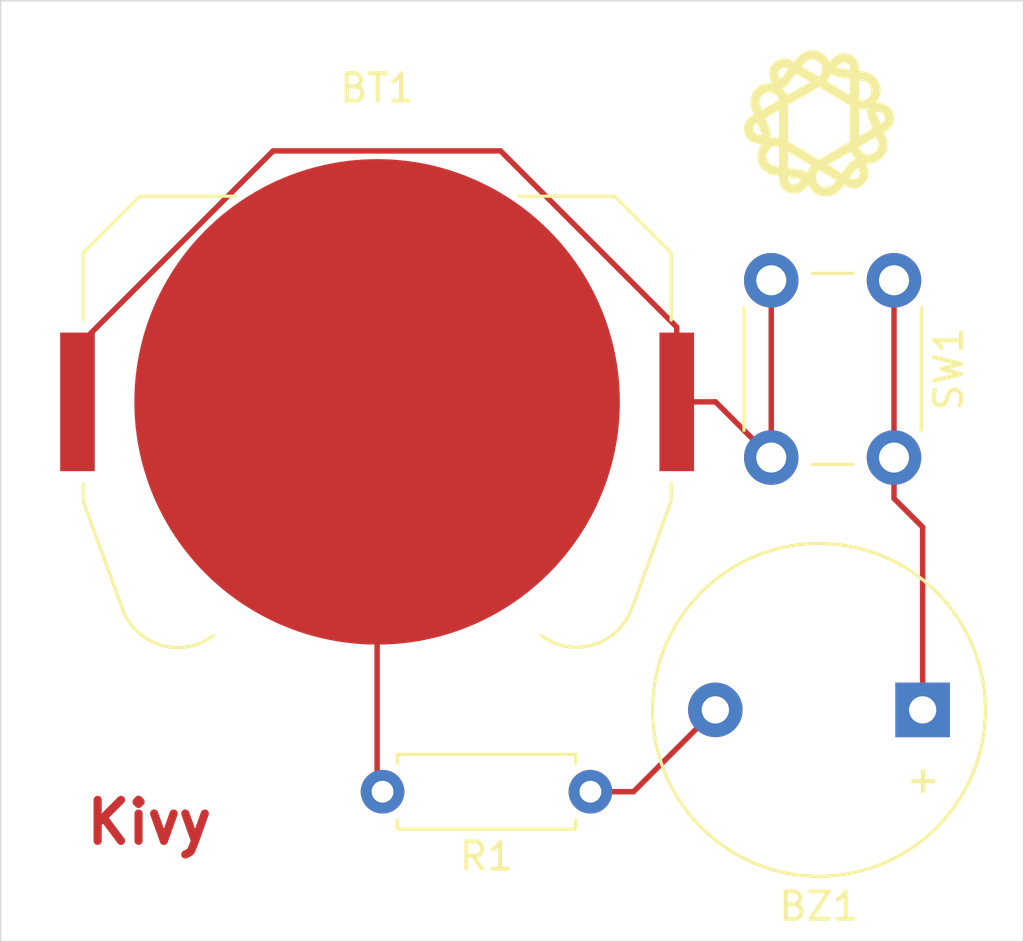
<source format=kicad_pcb>
(kicad_pcb (version 20241229) (generator "pcbnew") (generator_version "9.0")
  (layers (0 "F.Cu" signal) (2 "B.Cu" signal) (13 "F.Paste" user) (15 "B.Paste" user) (5 "F.SilkS" user "F.Silkscreen") (7 "B.SilkS" user "B.Silkscreen") (1 "F.Mask" user) (3 "B.Mask" user) (25 "Edge.Cuts" user))
  (net 0 "")
  (net 1 "Net-(BT1-+)")
  (net 2 "Net-(BT1--)")
  (net 3 "Net-(BZ1-+)")
  (net 4 "Net-(BZ1--)")
  (footprint "Resistor_THT:R_Axial_DIN0207_L6.3mm_D2.5mm_P7.62mm_Horizontal" (layer "F.Cu") (at 152.12 111 180)
    (property "Reference" "R1" (at 3.81 -2.37 0) (layer "F.SilkS"))
    (property "Value" "R")
    (fp_line (start 7.08 1.37) (end 7.08 1.04) (stroke (width 0.12)) (layer "F.SilkS"))
    (fp_line (start 7.08 -1.37) (end 7.08 -1.04) (stroke (width 0.12)) (layer "F.SilkS"))
    (fp_line (start 0.54 1.37) (end 7.08 1.37) (stroke (width 0.12)) (layer "F.SilkS"))
    (fp_line (start 0.54 1.04) (end 0.54 1.37) (stroke (width 0.12)) (layer "F.SilkS"))
    (fp_line (start 0.54 -1.04) (end 0.54 -1.37) (stroke (width 0.12)) (layer "F.SilkS"))
    (fp_line (start 0.54 -1.37) (end 7.08 -1.37) (stroke (width 0.12)) (layer "F.SilkS"))
    (pad "1" thru_hole circle (at 0 0 180) (size 1.6 1.6) (drill 0.8) (layers "*.Cu" "*.Mask") (net 4 "Net-(BZ1--)"))
    (pad "2" thru_hole oval (at 7.62 0 180) (size 1.6 1.6) (drill 0.8) (layers "*.Cu" "*.Mask") (net 2 "Net-(BT1--)"))
  )
  (footprint "Battery:BatteryHolder_Keystone_3034_1x20mm" (layer "F.Cu") (at 144.3 96.708075)
    (property "Reference" "BT1" (at 0 -11.5 0) (layer "F.SilkS"))
    (property "Value" "Battery_Cell")
    (fp_line (start -10.78 -5.46) (end -10.78 -3) (stroke (width 0.12)) (layer "F.SilkS"))
    (fp_line (start -10.78 3) (end -10.78 3.63) (stroke (width 0.12)) (layer "F.SilkS"))
    (fp_line (start -10.78 3.63) (end -9.34 7.58) (stroke (width 0.12)) (layer "F.SilkS"))
    (fp_line (start -8.7 -7.54) (end -10.78 -5.46) (stroke (width 0.12)) (layer "F.SilkS"))
    (fp_line (start -5.2 -7.54) (end -8.7 -7.54) (stroke (width 0.12)) (layer "F.SilkS"))
    (fp_line (start 8.7 -7.54) (end 5.2 -7.54) (stroke (width 0.12)) (layer "F.SilkS"))
    (fp_line (start 8.7 -7.54) (end 10.78 -5.46) (stroke (width 0.12)) (layer "F.SilkS"))
    (fp_line (start 10.78 -5.46) (end 10.78 -3) (stroke (width 0.12)) (layer "F.SilkS"))
    (fp_line (start 10.78 3) (end 10.78 3.63) (stroke (width 0.12)) (layer "F.SilkS"))
    (fp_line (start 10.78 3.63) (end 9.34 7.58) (stroke (width 0.12)) (layer "F.SilkS"))
    (fp_arc (start -6.003354 8.56653) (mid -7.921654 8.918738) (end -9.34 7.58) (stroke (width 0.12)) (layer "F.SilkS"))
    (fp_arc (start 9.325243 7.588169) (mid 7.90634 8.911668) (end 6 8.55) (stroke (width 0.12)) (layer "F.SilkS"))
    (pad "1" smd rect (at -10.985 0) (size 1.27 5.08) (layers "F.Cu" "F.Mask" "F.Paste") (net 1 "Net-(BT1-+)"))
    (pad "1" smd rect (at 10.985 0) (size 1.27 5.08) (layers "F.Cu" "F.Mask" "F.Paste") (net 1 "Net-(BT1-+)"))
    (pad "2" smd circle (at 0 0) (size 17.8 17.8) (layers "F.Cu" "F.Mask") (net 2 "Net-(BT1--)"))
  )
  (footprint "Buzzer_Beeper:Buzzer_12x9.5RM7.6" (layer "F.Cu") (at 164.3 108 180)
    (property "Reference" "BZ1" (at 3.8 -7.2 0) (layer "F.SilkS"))
    (property "Value" "Buzzer")
    (fp_circle (center 3.8 0) (end 9.9 0) (stroke (width 0.12)) (fill no) (layer "F.SilkS"))
    (fp_text user "+" (at -0.01 -2.54 0) (layer "F.SilkS"))
    (pad "1" thru_hole rect (at 0 0 180) (size 2 2) (drill 1) (layers "*.Cu" "*.Mask") (net 3 "Net-(BZ1-+)"))
    (pad "2" thru_hole circle (at 7.6 0 180) (size 2 2) (drill 1) (layers "*.Cu" "*.Mask") (net 4 "Net-(BZ1--)"))
  )
  (footprint "Button_Switch_THT:SW_PUSH_6mm" (layer "F.Cu") (at 163.25 92.25 -90)
    (property "Reference" "SW1" (at 3.25 -2 90) (layer "F.SilkS"))
    (property "Value" "SW_Push")
    (fp_line (start 1 5.5) (end 5.5 5.5) (stroke (width 0.12)) (layer "F.SilkS"))
    (fp_line (start 6.75 3) (end 6.75 1.5) (stroke (width 0.12)) (layer "F.SilkS"))
    (fp_line (start -0.25 1.5) (end -0.25 3) (stroke (width 0.12)) (layer "F.SilkS"))
    (fp_line (start 5.5 -1) (end 1 -1) (stroke (width 0.12)) (layer "F.SilkS"))
    (pad "1" thru_hole circle (at 0 0) (size 2 2) (drill 1.1) (layers "*.Cu" "*.Mask") (net 3 "Net-(BZ1-+)"))
    (pad "1" thru_hole circle (at 6.5 0) (size 2 2) (drill 1.1) (layers "*.Cu" "*.Mask") (net 3 "Net-(BZ1-+)"))
    (pad "2" thru_hole circle (at 0 4.5) (size 2 2) (drill 1.1) (layers "*.Cu" "*.Mask") (net 1 "Net-(BT1-+)"))
    (pad "2" thru_hole circle (at 6.5 4.5) (size 2 2) (drill 1.1) (layers "*.Cu" "*.Mask") (net 1 "Net-(BT1-+)"))
  )
  (footprint "LOGO" (layer "F.Cu") (at 160.5 86.5)
    (property "Reference" "G***" (hide yes))
    (property "Value" "LOGO" (hide yes))
    (fp_poly (pts (xy -0.217137 -2.678029) (xy -0.184976 -2.676857) (xy -0.157429 -2.674751) (xy -0.143342 -2.672927) (xy -0.067668 -2.656992) (xy 0.003578 -2.634182) (xy 0.070508 -2.604441) (xy 0.133234 -2.567712) (xy 0.191869 -2.523939) (xy 0.241631 -2.478072) (xy 0.284218 -2.430922) (xy 0.321164 -2.381104) (xy 0.35411 -2.326329) (xy 0.36411 -2.307315) (xy 0.390449 -2.255648) (xy 0.403899 -2.276599) (xy 0.412146 -2.287598) (xy 0.425403 -2.303086) (xy 0.442638 -2.322023) (xy 0.462818 -2.343368) (xy 0.484911 -2.36608) (xy 0.507885 -2.389118) (xy 0.530707 -2.411443) (xy 0.552345 -2.432012) (xy 0.571767 -2.449786) (xy 0.58794 -2.463723) (xy 0.595286 -2.469535) (xy 0.649939 -2.505564) (xy 0.708916 -2.534761) (xy 0.771674 -2.556881) (xy 0.809942 -2.566445) (xy 0.842453 -2.571644) (xy 0.879981 -2.574789) (xy 0.919749 -2.575852) (xy 0.958981 -2.574807) (xy 0.994899 -2.571628) (xy 1.015156 -2.568404) (xy 1.081018 -2.551594) (xy 1.143369 -2.527966) (xy 1.20169 -2.497902) (xy 1.255465 -2.461784) (xy 1.304177 -2.419995) (xy 1.34731 -2.372917) (xy 1.384346 -2.320933) (xy 1.408745 -2.277072) (xy 1.425042 -2.242093) (xy 1.438054 -2.209258) (xy 1.448152 -2.176887) (xy 1.455705 -2.143302) (xy 1.461083 -2.106822) (xy 1.464655 -2.065768) (xy 1.466791 -2.01846) (xy 1.466961 -2.012543) (xy 1.469381 -1.924119) (xy 1.576306 -1.90862) (xy 1.627453 -1.900882) (xy 1.671672 -1.893389) (xy 1.710203 -1.885798) (xy 1.744286 -1.877765) (xy 1.775164 -1.868945) (xy 1.804076 -1.858994) (xy 1.832264 -1.847568) (xy 1.860969 -1.834323) (xy 1.88186 -1.823874) (xy 1.946099 -1.786383) (xy 2.00543 -1.74254) (xy 2.059517 -1.692789) (xy 2.108025 -1.637573) (xy 2.150617 -1.577337) (xy 2.186957 -1.512525) (xy 2.216709 -1.44358) (xy 2.239537 -1.370947) (xy 2.246375 -1.34225) (xy 2.25735 -1.272892) (xy 2.260566 -1.202358) (xy 2.256201 -1.131492) (xy 2.244435 -1.061136) (xy 2.225446 -0.992134) (xy 2.199414 -0.92533) (xy 2.166517 -0.861565) (xy 2.133659 -0.8109) (xy 2.107256 -0.774041) (xy 2.145066 -0.771186) (xy 2.170803 -0.768015) (xy 2.202405 -0.762174) (xy 2.238176 -0.75414) (xy 2.276418 -0.744387) (xy 2.315433 -0.73339) (xy 2.353524 -0.721625) (xy 2.388992 -0.709567) (xy 2.420142 -0.69769) (xy 2.441927 -0.688105) (xy 2.488407 -0.663562) (xy 2.529097 -0.636996) (xy 2.566392 -0.606757) (xy 2.584513 -0.589746) (xy 2.62892 -0.540515) (xy 2.667016 -0.486293) (xy 2.698485 -0.427673) (xy 2.723008 -0.365248) (xy 2.74027 -0.299611) (xy 2.740531 -0.29831) (xy 2.744317 -0.272601) (xy 2.746812 -0.241473) (xy 2.748014 -0.207232) (xy 2.747924 -0.172182) (xy 2.746543 -0.138626) (xy 2.743869 -0.10887) (xy 2.740531 -0.088053) (xy 2.722768 -0.021821) (xy 2.698412 0.039635) (xy 2.667299 0.096614) (xy 2.629266 0.149416) (xy 2.584149 0.198339) (xy 2.58355 0.198917) (xy 2.563051 0.217864) (xy 2.542349 0.235132) (xy 2.519918 0.25181) (xy 2.494233 0.268987) (xy 2.463768 0.287751) (xy 2.437629 0.303079) (xy 2.420145 0.313558) (xy 2.405747 0.322916) (xy 2.395679 0.330289) (xy 2.391185 0.334811) (xy 2.391096 0.335453) (xy 2.393037 0.340307) (xy 2.397607 0.35173) (xy 2.404394 0.368689) (xy 2.412984 0.390149) (xy 2.422962 0.415076) (xy 2.433914 0.442434) (xy 2.434178 0.443093) (xy 2.445957 0.472915) (xy 2.457385 0.502584) (xy 2.467888 0.530552) (xy 2.476889 0.55527) (xy 2.483814 0.575188) (xy 2.487451 0.586555) (xy 2.501614 0.644636) (xy 2.510921 0.705946) (xy 2.515091 0.76767) (xy 2.513839 0.826995) (xy 2.512837 0.839135) (xy 2.501723 0.915833) (xy 2.483181 0.98908) (xy 2.457205 1.058893) (xy 2.423786 1.125288) (xy 2.382916 1.188281) (xy 2.334588 1.247889) (xy 2.305953 1.27811) (xy 2.252005 1.327389) (xy 2.195789 1.369155) (xy 2.1367 1.403692) (xy 2.074138 1.431279) (xy 2.0075 1.452199) (xy 1.936184 1.466733) (xy 1.890051 1.472592) (xy 1.865655 1.474296) (xy 1.83791 1.475032) (xy 1.809177 1.474846) (xy 1.781814 1.473786) (xy 1.758178 1.471901) (xy 1.74237 1.469604) (xy 1.73156 1.467442) (xy 1.745081 1.495475) (xy 1.753393 1.515012) (xy 1.762762 1.541415) (xy 1.773273 1.574963) (xy 1.785016 1.615939) (xy 1.798075 1.664623) (xy 1.80184 1.679135) (xy 1.816085 1.747557) (xy 1.822732 1.813289) (xy 1.821734 1.876812) (xy 1.813047 1.938605) (xy 1.796625 1.999149) (xy 1.772422 2.058923) (xy 1.764161 2.07575) (xy 1.730043 2.133854) (xy 1.689673 2.186728) (xy 1.64329 2.234135) (xy 1.591139 2.275836) (xy 1.533461 2.311592) (xy 1.515317 2.321024) (xy 1.469532 2.341856) (xy 1.425985 2.357169) (xy 1.382055 2.367624) (xy 1.335121 2.373879) (xy 1.296098 2.376222) (xy 1.243529 2.376252) (xy 1.19474 2.372229) (xy 1.14819 2.363727) (xy 1.102343 2.350321) (xy 1.055659 2.331587) (xy 1.006602 2.307098) (xy 0.969386 2.285926) (xy 0.952168 2.275769) (xy 0.937653 2.267328) (xy 0.927198 2.261383) (xy 0.922162 2.258714) (xy 0.921932 2.258642) (xy 0.919143 2.261753) (xy 0.912023 2.27053) (xy 0.901225 2.284145) (xy 0.887404 2.301765) (xy 0.871214 2.322561) (xy 0.853311 2.345701) (xy 0.851755 2.347718) (xy 0.814128 2.395296) (xy 0.779365 2.436491) (xy 0.74653 2.472177) (xy 0.714685 2.503227) (xy 0.682894 2.530514) (xy 0.65022 2.554911) (xy 0.615725 2.577291) (xy 0.588385 2.593117) (xy 0.522091 2.625192) (xy 0.451824 2.650178) (xy 0.377441 2.668126) (xy 0.362447 2.670809) (xy 0.337837 2.673995) (xy 0.307668 2.676405) (xy 0.274493 2.677967) (xy 0.240863 2.678611) (xy 0.20933 2.678264) (xy 0.182447 2.676854) (xy 0.174495 2.676084) (xy 0.097848 2.663702) (xy 0.025476 2.644346) (xy -0.042703 2.617977) (xy -0.106771 2.584555) (xy -0.16681 2.544043) (xy -0.222902 2.496402) (xy -0.237644 2.482048) (xy -0.277467 2.439499) (xy -0.311025 2.397567) (xy -0.339805 2.354218) (xy -0.365291 2.307418) (xy -0.365457 2.307082) (xy -0.374431 2.289241) (xy -0.382216 2.274376) (xy -0.388066 2.263868) (xy -0.391232 2.259102) (xy -0.39146 2.25896) (xy -0.394846 2.261886) (xy -0.401337 2.269839) (xy -0.408849 2.280143) (xy -0.41813 2.291956) (xy -0.432366 2.3082) (xy -0.450466 2.327782) (xy -0.471338 2.349607) (xy -0.493892 2.372581) (xy -0.517037 2.395609) (xy -0.539682 2.417597) (xy -0.560735 2.437451) (xy -0.579106 2.454077) (xy -0.593703 2.46638) (xy -0.597268 2.469127) (xy -0.630432 2.491555) (xy -0.668258 2.513298) (xy -0.7073 2.532499) (xy -0.738836 2.545423) (xy -0.796103 2.562206) (xy -0.856625 2.57229) (xy -0.91891 2.57565) (xy -0.981463 2.572263) (xy -1.042793 2.562103) (xy -1.083804 2.551072) (xy -1.144484 2.527924) (xy -1.201935 2.498003) (xy -1.255412 2.46193) (xy -1.304176 2.420327) (xy -1.347485 2.373815) (xy -1.384595 2.323016) (xy -1.410511 2.277337) (xy -1.426184 2.244201) (xy -1.438697 2.213559) (xy -1.44841 2.183764) (xy -1.455681 2.153168) (xy -1.46087 2.120124) (xy -1.464335 2.082983) (xy -1.466436 2.040099) (xy -1.467043 2.018034) (xy -1.467347 2.00708) (xy -1.131522 2.00708) (xy -1.129922 2.050952) (xy -1.121705 2.090344) (xy -1.106621 2.125932) (xy -1.08442 2.15839) (xy -1.06924 2.174999) (xy -1.037311 2.201653) (xy -1.002317 2.22126) (xy -0.965128 2.233566) (xy -0.926618 2.238318) (xy -0.887657 2.235262) (xy -0.873164 2.232066) (xy -0.853521 2.226267) (xy -0.835926 2.219283) (xy -0.819122 2.210258) (xy -0.801853 2.198336) (xy -0.782862 2.182662) (xy -0.760892 2.16238) (xy -0.738206 2.140148) (xy -0.717632 2.119496) (xy -0.702246 2.103636) (xy -0.691325 2.091692) (xy -0.684147 2.082785) (xy -0.679988 2.07604) (xy -0.678124 2.070579) (xy -0.677798 2.066894) (xy -0.680193 2.056054) (xy -0.686056 2.045616) (xy -0.693406 2.038595) (xy -0.697252 2.037289) (xy -0.701776 2.036669) (xy -0.713644 2.03496) (xy -0.732098 2.032274) (xy -0.756377 2.028721) (xy -0.785724 2.024414) (xy -0.81938 2.019463) (xy -0.856586 2.01398) (xy -0.896582 2.008076) (xy -0.915335 2.005304) (xy -1.085473 1.980151) (xy -0.106105 1.980151) (xy -0.105015 2.017086) (xy -0.101763 2.048507) (xy -0.095786 2.076931) (xy -0.086524 2.104877) (xy -0.073412 2.134863) (xy -0.069986 2.141922) (xy -0.042231 2.189718) (xy -0.009124 2.231494) (xy 0.029025 2.267002) (xy 0.071901 2.295994) (xy 0.119194 2.318223) (xy 0.17059 2.333442) (xy 0.172008 2.333748) (xy 0.205194 2.338617) (xy 0.242624 2.340431) (xy 0.28105 2.339249) (xy 0.317225 2.335129) (xy 0.338659 2.330735) (xy 0.387821 2.31434) (xy 0.434528 2.291055) (xy 0.477189 2.261795) (xy 0.508595 2.233406) (xy 0.517978 2.223055) (xy 0.531055 2.207669) (xy 0.546589 2.188754) (xy 0.563342 2.167814) (xy 0.578761 2.148065) (xy 0.627689 2.084585) (xy 0.616908 2.077855) (xy 0.611802 2.074788) (xy 0.600176 2.067881) (xy 0.582567 2.05745) (xy 0.559512 2.043813) (xy 0.531549 2.027286) (xy 0.499213 2.008188) (xy 0.464167 1.987499) (xy 1.132418 1.987499) (xy 1.136021 1.992088) (xy 1.145677 1.998697) (xy 1.159747 2.006534) (xy 1.176591 2.014808) (xy 1.194568 2.022726) (xy 1.212039 2.029498) (xy 1.227364 2.034331) (xy 1.231496 2.035328) (xy 1.254245 2.039509) (xy 1.273434 2.040847) (xy 1.292898 2.039345) (xy 1.31464 2.035395) (xy 1.353906 2.023429) (xy 1.388855 2.004761) (xy 1.42057 1.978803) (xy 1.422957 1.976437) (xy 1.449807 1.944603) (xy 1.468806 1.910711) (xy 1.480141 1.874271) (xy 1.484002 1.834794) (xy 1.483539 1.818752) (xy 1.481796 1.803837) (xy 1.478297 1.784171) (xy 1.473441 1.761277) (xy 1.467626 1.736677) (xy 1.461249 1.711894) (xy 1.454709 1.688448) (xy 1.448404 1.667864) (xy 1.442732 1.651663) (xy 1.43809 1.641366) (xy 1.436613 1.639245) (xy 1.425946 1.632839) (xy 1.413301 1.633321) (xy 1.400771 1.640473) (xy 1.39788 1.6433) (xy 1.392904 1.649195) (xy 1.383774 1.660546) (xy 1.371053 1.676621) (xy 1.355308 1.696685) (xy 1.337103 1.720008) (xy 1.317004 1.745854) (xy 1.295576 1.773492) (xy 1.273385 1.802188) (xy 1.250995 1.83121) (xy 1.228973 1.859824) (xy 1.207883 1.887297) (xy 1.18829 1.912897) (xy 1.170761 1.93589) (xy 1.15586 1.955543) (xy 1.144153 1.971124) (xy 1.136206 1.981899) (xy 1.132582 1.987136) (xy 1.132418 1.987499) (xy 0.464167 1.987499) (xy 0.463042 1.986835) (xy 0.423574 1.963545) (xy 0.381345 1.938634) (xy 0.336891 1.91242) (xy 0.305989 1.894202) (xy 0.252428 1.862651) (xy 0.205472 1.835044) (xy 0.164686 1.811139) (xy 0.129635 1.790692) (xy 0.099884 1.773462) (xy 0.074999 1.759204) (xy 0.054545 1.747676) (xy 0.038086 1.738636) (xy 0.025189 1.731839) (xy 0.015418 1.727044) (xy 0.008338 1.724007) (xy 0.003515 1.722485) (xy 0.000514 1.722236) (xy -0.000857 1.722781) (xy -0.011897 1.73379) (xy -0.025323 1.750119) (xy -0.039756 1.769811) (xy -0.053819 1.790911) (xy -0.066133 1.811464) (xy -0.073977 1.826572) (xy -0.086394 1.854654) (xy -0.095286 1.879475) (xy -0.101171 1.903503) (xy -0.104566 1.929209) (xy -0.105986 1.959064) (xy -0.106105 1.980151) (xy -1.085473 1.980151) (xy -1.130346 1.973517) (xy -1.131522 2.00708) (xy -1.467347 2.00708) (xy -1.467791 1.991092) (xy -1.468735 1.967106) (xy -1.469808 1.947214) (xy -1.470942 1.932554) (xy -1.472069 1.924261) (xy -1.472716 1.922815) (xy -1.480113 1.922159) (xy -1.494305 1.920326) (xy -1.514015 1.917521) (xy -1.537963 1.913948) (xy -1.564873 1.90981) (xy -1.593465 1.905311) (xy -1.622462 1.900655) (xy -1.650585 1.896045) (xy -1.676556 1.891687) (xy -1.699096 1.887783) (xy -1.716928 1.884537) (xy -1.728773 1.882154) (xy -1.731067 1.881612) (xy -1.803624 1.859145) (xy -1.872164 1.829715) (xy -1.936366 1.793669) (xy -1.995908 1.751354) (xy -2.050466 1.703118) (xy -2.099719 1.649308) (xy -2.143344 1.590272) (xy -2.181019 1.526357) (xy -2.212422 1.45791) (xy -2.237231 1.385279) (xy -2.253244 1.318735) (xy -2.257318 1.290446) (xy -2.259898 1.25638) (xy -2.261002 1.218808) (xy -2.260842 1.201397) (xy -1.922978 1.201397) (xy -1.919691 1.252682) (xy -1.908572 1.303773) (xy -1.88953 1.354042) (xy -1.88484 1.363785) (xy -1.870137 1.390763) (xy -1.854056 1.414658) (xy -1.834484 1.438418) (xy -1.820681 1.453318) (xy -1.781651 1.4889) (xy -1.739108 1.517981) (xy -1.694028 1.539972) (xy -1.65608 1.552248) (xy -1.645525 1.554516) (xy -1.628633 1.557709) (xy -1.607115 1.561544) (xy -1.582683 1.565736) (xy -1.55705 1.570003) (xy -1.531929 1.574061) (xy -1.509031 1.577627) (xy -1.49007 1.580418) (xy -1.476757 1.58215) (xy -1.47334 1.582487) (xy -1.47242 1.581043) (xy -1.47161 1.576276) (xy -1.470904 1.567759) (xy -1.470295 1.55507) (xy -1.469778 1.537783) (xy -1.469347 1.515475) (xy -1.468996 1.48772) (xy -1.468885 1.474299) (xy -1.131693 1.474299) (xy -1.131691 1.513121) (xy -1.13164 1.547548) (xy -1.131543 1.576923) (xy -1.131401 1.600591) (xy -1.131214 1.617898) (xy -1.130985 1.628189) (xy -1.130774 1.630927) (xy -1.126534 1.631803) (xy -1.114888 1.633754) (xy -1.096532 1.636673) (xy -1.072165 1.640454) (xy -1.042485 1.644989) (xy -1.008191 1.650173) (xy -0.96998 1.655899) (xy -0.928551 1.662059) (xy -0.884602 1.668548) (xy -0.8799 1.669239) (xy -0.83498 1.675895) (xy -0.791929 1.682372) (xy -0.751525 1.688546) (xy -0.714546 1.694295) (xy -0.681769 1.699495) (xy -0.653973 1.704022) (xy -0.631936 1.707754) (xy -0.616436 1.710566) (xy -0.608252 1.712335) (xy -0.608176 1.712356) (xy -0.569663 1.726042) (xy -0.531432 1.744431) (xy -0.495761 1.766212) (xy -0.464928 1.790078) (xy -0.452719 1.80168) (xy -0.442877 1.811371) (xy -0.435228 1.818144) (xy -0.431674 1.820428) (xy -0.429173 1.816854) (xy -0.426593 1.808049) (xy -0.426178 1.805987) (xy -0.417607 1.771898) (xy -0.404272 1.733736) (xy -0.387049 1.693369) (xy -0.366813 1.652664) (xy -0.34444 1.613486) (xy -0.320807 1.577704) (xy -0.31591 1.570989) (xy -0.293424 1.54072) (xy -0.330213 1.519007) (xy 0.333903 1.519007) (xy 0.388106 1.550798) (xy 0.40212 1.559036) (xy 0.422296 1.570923) (xy 0.447748 1.585936) (xy 0.477591 1.603552) (xy 0.510938 1.623247) (xy 0.546902 1.644498) (xy 0.584598 1.666781) (xy 0.62314 1.689574) (xy 0.63889 1.698891) (xy 0.675443 1.720447) (xy 0.709879 1.740619) (xy 0.741557 1.759041) (xy 0.769836 1.775347) (xy 0.794075 1.78917) (xy 0.813633 1.800144) (xy 0.827869 1.807903) (xy 0.836141 1.81208) (xy 0.838031 1.812692) (xy 0.840929 1.809082) (xy 0.848383 1.799557) (xy 0.859949 1.784693) (xy 0.875182 1.765061) (xy 0.893638 1.741236) (xy 0.914872 1.713792) (xy 0.93844 1.683301) (xy 0.963898 1.650338) (xy 0.989083 1.617704) (xy 1.016612 1.582122) (xy 1.043269 1.547864) (xy 1.068527 1.515594) (xy 1.091862 1.485973) (xy 1.112747 1.459664) (xy 1.130658 1.437329) (xy 1.145068 1.419631) (xy 1.155453 1.407233) (xy 1.160581 1.4015) (xy 1.195633 1.370159) (xy 1.2352 1.343157) (xy 1.277257 1.32168) (xy 1.319779 1.306917) (xy 1.323427 1.305991) (xy 1.337427 1.302467) (xy 1.347854 1.299695) (xy 1.352588 1.298238) (xy 1.352652 1.2982) (xy 1.350464 1.295132) (xy 1.34364 1.287588) (xy 1.333368 1.276852) (xy 1.325753 1.269119) (xy 1.285607 1.224737) (xy 1.248631 1.175931) (xy 1.216335 1.1249) (xy 1.190234 1.07384) (xy 1.188242 1.069323) (xy 1.181692 1.055238) (xy 1.175877 1.044462) (xy 1.171856 1.038915) (xy 1.171299 1.038581) (xy 1.167293 1.040436) (xy 1.156644 1.046149) (xy 1.139796 1.055465) (xy 1.117192 1.068133) (xy 1.089274 1.0839) (xy 1.056487 1.102514) (xy 1.019272 1.123723) (xy 0.978074 1.147275) (xy 0.933334 1.172916) (xy 0.885498 1.200395) (xy 0.835007 1.229458) (xy 0.782305 1.259855) (xy 0.750553 1.278196) (xy 0.333903 1.519007) (xy -0.330213 1.519007) (xy -0.711885 1.293741) (xy -1.130346 1.046762) (xy -1.131397 1.338007) (xy -1.131548 1.386087) (xy -1.131646 1.431736) (xy -1.131693 1.474299) (xy -1.468885 1.474299) (xy -1.468718 1.454096) (xy -1.468508 1.414177) (xy -1.46836 1.367539) (xy -1.468268 1.313758) (xy -1.468225 1.252409) (xy -1.468221 1.220908) (xy -1.468221 0.858924) (xy -1.495865 0.853362) (xy -1.525197 0.849396) (xy -1.558591 0.848008) (xy -1.592893 0.849123) (xy -1.624947 0.852661) (xy -1.646373 0.857057) (xy -1.69872 0.875045) (xy -1.747347 0.900206) (xy -1.791674 0.932192) (xy -1.825252 0.964179) (xy -1.859706 1.006958) (xy -1.886799 1.052701) (xy -1.906438 1.100776) (xy -1.91853 1.150552) (xy -1.922978 1.201397) (xy -2.260842 1.201397) (xy -2.260646 1.180003) (xy -2.258849 1.142237) (xy -2.255627 1.107784) (xy -2.25142 1.080966) (xy -2.234047 1.012501) (xy -2.210035 0.945708) (xy -2.180055 0.882098) (xy -2.144776 0.823186) (xy -2.125038 0.795541) (xy -2.107181 0.771992) (xy -2.1266 0.771911) (xy -2.141148 0.771244) (xy -2.15942 0.769591) (xy -2.174658 0.767692) (xy -2.191782 0.764534) (xy -2.215013 0.759278) (xy -2.242703 0.752384) (xy -2.273205 0.744316) (xy -2.304875 0.735536) (xy -2.336064 0.726504) (xy -2.365127 0.717684) (xy -2.390418 0.709538) (xy -2.410289 0.702527) (xy -2.418366 0.699299) (xy -2.479692 0.668835) (xy -2.535322 0.632518) (xy -2.585127 0.590499) (xy -2.628981 0.54293) (xy -2.666755 0.489964) (xy -2.698323 0.431752) (xy -2.723556 0.368447) (xy -2.738327 0.317397) (xy -2.741638 0.303126) (xy -2.744097 0.289926) (xy -2.745827 0.276183) (xy -2.746954 0.260288) (xy -2.747601 0.240627) (xy -2.747892 0.215589) (xy -2.747947 0.194498) (xy -2.414013 0.194498) (xy -2.410251 0.232794) (xy -2.399481 0.270092) (xy -2.381729 0.305389) (xy -2.357021 0.337681) (xy -2.350883 0.344055) (xy -2.336818 0.357283) (xy -2.322941 0.368235) (xy -2.307846 0.377595) (xy -2.290132 0.386046) (xy -2.268395 0.394271) (xy -2.241231 0.402954) (xy -2.213177 0.411106) (xy -2.182638 0.419545) (xy -2.158863 0.425584) (xy -2.140829 0.42936) (xy -2.127512 0.431008) (xy -2.117887 0.430664) (xy -2.11093 0.428465) (xy -2.10641 0.425292) (xy -2.100463 0.416133) (xy -2.09892 0.408928) (xy -2.100382 0.404051) (xy -2.104541 0.392428) (xy -2.111064 0.374914) (xy -2.119615 0.352364) (xy -2.129859 0.325632) (xy -2.141461 0.295575) (xy -2.154085 0.263046) (xy -2.167397 0.228902) (xy -2.18106 0.193996) (xy -2.19474 0.159185) (xy -2.208101 0.125322) (xy -2.220809 0.093264) (xy -2.232528 0.063865) (xy -2.242922 0.03798) (xy -2.251657 0.016464) (xy -2.258398 0.000173) (xy -2.262808 -0.01004) (xy -2.264459 -0.013286) (xy -2.268136 -0.011747) (xy -2.277303 -0.006803) (xy -2.290447 0.000709) (xy -2.301444 0.00719) (xy -2.322465 0.021004) (xy -2.342273 0.036297) (xy -2.35782 0.050706) (xy -2.358463 0.051395) (xy -2.382992 0.083652) (xy -2.40041 0.118924) (xy -2.410741 0.156207) (xy -2.414013 0.194498) (xy -2.747947 0.194498) (xy -2.747952 0.192486) (xy -2.747902 0.163096) (xy -2.747624 0.140245) (xy -2.746975 0.122282) (xy -2.745812 0.107554) (xy -2.743992 0.09441) (xy -2.741372 0.081198) (xy -2.737808 0.066268) (xy -2.73662 0.061547) (xy -2.716435 -0.002883) (xy -2.689645 -0.062547) (xy -2.656081 -0.117747) (xy -2.615573 -0.168783) (xy -2.598459 -0.186842) (xy -1.964723 -0.186842) (xy -1.96377 -0.182648) (xy -1.960001 -0.171509) (xy -1.953665 -0.154075) (xy -1.945011 -0.130996) (xy -1.934289 -0.102923) (xy -1.921745 -0.070507) (xy -1.907631 -0.034397) (xy -1.892194 0.004756) (xy -1.875683 0.046301) (xy -1.872042 0.055422) (xy -1.854702 0.099036) (xy -1.838168 0.141045) (xy -1.822725 0.180702) (xy -1.808654 0.217262) (xy -1.79624 0.249979) (xy -1.785764 0.278106) (xy -1.777511 0.300898) (xy -1.771762 0.317609) (xy -1.768801 0.327492) (xy -1.768767 0.327636) (xy -1.764553 0.350706) (xy -1.762243 0.376412) (xy -1.76162 0.40731) (xy -1.761649 0.411593) (xy -1.762029 0.432492) (xy -1.762976 0.449755) (xy -1.764848 0.465548) (xy -1.768007 0.482038) (xy -1.772811 0.501391) (xy -1.779621 0.525774) (xy -1.781965 0.533899) (xy -1.783088 0.540774) (xy -1.779686 0.541917) (xy -1.777003 0.541226) (xy -1.769404 0.539056) (xy -1.756488 0.535493) (xy -1.740854 0.531254) (xy -1.738521 0.530627) (xy -1.695772 0.521019) (xy -1.649462 0.513881) (xy -1.602008 0.509402) (xy -1.555828 0.50777) (xy -1.51334 0.509174) (xy -1.49177 0.511396) (xy -1.468221 0.514568) (xy -1.468221 0.020771) (xy -1.468233 -0.042097) (xy -1.468268 -0.102646) (xy -1.468324 -0.160376) (xy -1.4684 -0.214788) (xy -1.468495 -0.265383) (xy -1.468607 -0.31166) (xy -1.468735 -0.353122) (xy -1.468876 -0.389267) (xy -1.46903 -0.419598) (xy -1.469195 -0.443614) (xy -1.46937 -0.460817) (xy -1.469552 -0.470707) (xy -1.469695 -0.473025) (xy -1.473443 -0.471036) (xy -1.483578 -0.465336) (xy -1.499403 -0.456327) (xy -1.520222 -0.444414) (xy -1.545339 -0.429997) (xy -1.574056 -0.413481) (xy -1.605679 -0.395266) (xy -1.639509 -0.375757) (xy -1.674851 -0.355356) (xy -1.711009 -0.334464) (xy -1.747286 -0.313486) (xy -1.782985 -0.292823) (xy -1.81741 -0.272878) (xy -1.849865 -0.254054) (xy -1.879653 -0.236754) (xy -1.906078 -0.221379) (xy -1.928443 -0.208333) (xy -1.946052 -0.198018) (xy -1.958209 -0.190837) (xy -1.964216 -0.187192) (xy -1.964723 -0.186842) (xy -2.598459 -0.186842) (xy -2.594757 -0.190749) (xy -2.57607 -0.209007) (xy -2.558925 -0.224571) (xy -2.541783 -0.238581) (xy -2.523103 -0.252176) (xy -2.501345 -0.266496) (xy -2.474968 -0.282682) (xy -2.452654 -0.295894) (xy -2.39103 -0.332038) (xy -2.437843 -0.450026) (xy -2.456058 -0.496749) (xy -2.47109 -0.53728) (xy -2.483292 -0.572813) (xy -2.493018 -0.604546) (xy -2.50062 -0.633672) (xy -2.506452 -0.661389) (xy -2.510867 -0.688891) (xy -2.512707 -0.703388) (xy -2.515122 -0.734584) (xy -2.515952 -0.77087) (xy -2.515886 -0.774703) (xy -2.178235 -0.774703) (xy -2.176762 -0.74184) (xy -2.172977 -0.712948) (xy -2.171152 -0.704518) (xy -2.1677 -0.692628) (xy -2.162103 -0.67585) (xy -2.154837 -0.655403) (xy -2.146381 -0.632509) (xy -2.137211 -0.608387) (xy -2.127806 -0.584257) (xy -2.118642 -0.56134) (xy -2.110197 -0.540856) (xy -2.102949 -0.524024) (xy -2.097375 -0.512064) (xy -2.093952 -0.506198) (xy -2.093388 -0.505807) (xy -2.089398 -0.507807) (xy -2.078837 -0.513617) (xy -2.062227 -0.522939) (xy -2.040084 -0.535479) (xy -2.012928 -0.550938) (xy -1.981278 -0.569022) (xy -1.945651 -0.589434) (xy -1.906567 -0.611878) (xy -1.864544 -0.636057) (xy -1.8201 -0.661676) (xy -1.80572 -0.669978) (xy -1.130346 -0.669978) (xy -1.130346 -0.007661) (xy -1.130346 0.654656) (xy -0.567221 0.987396) (xy -0.504745 1.024303) (xy -0.44418 1.060067) (xy -0.3859 1.094466) (xy -0.330282 1.127279) (xy -0.277702 1.158284) (xy -0.228535 1.18726) (xy -0.183157 1.213986) (xy -0.141944 1.238241) (xy -0.105272 1.259804) (xy -0.073517 1.278453) (xy -0.047054 1.293967) (xy -0.026259 1.306126) (xy -0.011509 1.314707) (xy -0.003178 1.31949) (xy -0.001373 1.320459) (xy 0.002416 1.318481) (xy 0.012914 1.312617) (xy 0.029744 1.303086) (xy 0.052525 1.290105) (xy 0.080878 1.273893) (xy 0.114425 1.254667) (xy 0.152786 1.232646) (xy 0.195582 1.208046) (xy 0.242434 1.181087) (xy 0.292962 1.151986) (xy 0.346789 1.12096) (xy 0.403533 1.088229) (xy 0.462817 1.054009) (xy 0.524261 1.018518) (xy 0.5638 0.995668) (xy 0.79023 0.864783) (xy 1.47736 0.864783) (xy 1.479362 0.877013) (xy 1.484331 0.893523) (xy 1.491708 0.912903) (xy 1.500931 0.933744) (xy 1.511441 0.954637) (xy 1.522676 0.974174) (xy 1.528673 0.983407) (xy 1.543187 1.002116) (xy 1.562206 1.023027) (xy 1.5834 1.043831) (xy 1.604439 1.062217) (xy 1.619751 1.073739) (xy 1.662751 1.098637) (xy 1.710572 1.118031) (xy 1.755364 1.130413) (xy 1.777246 1.133672) (xy 1.80453 1.135211) (xy 1.834633 1.135116) (xy 1.864973 1.133478) (xy 1.892966 1.130385) (xy 1.91603 1.125925) (xy 1.920276 1.124743) (xy 1.96946 1.106399) (xy 2.013549 1.082158) (xy 2.053793 1.051241) (xy 2.08088 1.024636) (xy 2.115153 0.982017) (xy 2.141969 0.936047) (xy 2.161235 0.886969) (xy 2.172854 0.835024) (xy 2.176733 0.780624) (xy 2.176041 0.758735) (xy 2.174196 0.735798) (xy 2.171546 0.715724) (xy 2.170459 0.709943) (xy 2.167575 0.699212) (xy 2.162497 0.683365) (xy 2.155681 0.663584) (xy 2.147579 0.64105) (xy 2.138646 0.616947) (xy 2.129336 0.592456) (xy 2.120103 0.56876) (xy 2.111403 0.547042) (xy 2.103687 0.528483) (xy 2.097412 0.514266) (xy 2.093031 0.505573) (xy 2.091127 0.503415) (xy 2.087291 0.505633) (xy 2.07688 0.511647) (xy 2.060415 0.521158) (xy 2.038413 0.533864) (xy 2.011396 0.549467) (xy 1.979881 0.567666) (xy 1.944388 0.588162) (xy 1.905436 0.610655) (xy 1.863544 0.634845) (xy 1.819232 0.660432) (xy 1.785617 0.679843) (xy 1.739821 0.7063) (xy 1.696043 0.731622) (xy 1.654805 0.755502) (xy 1.616628 0.777638) (xy 1.582036 0.797726) (xy 1.55155 0.815461) (xy 1.525694 0.830541) (xy 1.504989 0.842662) (xy 1.489957 0.851519) (xy 1.481121 0.856809) (xy 1.478887 0.858241) (xy 1.47736 0.864783) (xy 0.79023 0.864783) (xy 1.126249 0.670552) (xy 1.127285 0.007484) (xy 1.128097 -0.512296) (xy 1.468219 -0.512296) (xy 1.468219 -0.019404) (xy 1.468219 0.473489) (xy 1.485625 0.463089) (xy 1.492148 0.459262) (xy 1.505117 0.451714) (xy 1.523884 0.440821) (xy 1.547802 0.426959) (xy 1.576221 0.410502) (xy 1.608495 0.391826) (xy 1.643975 0.371305) (xy 1.682014 0.349315) (xy 1.721963 0.326232) (xy 1.734688 0.318881) (xy 1.966345 0.185072) (xy 1.870721 -0.054901) (xy 1.853713 -0.097698) (xy 1.837453 -0.138832) (xy 1.822226 -0.177573) (xy 1.808313 -0.213189) (xy 1.795999 -0.24495) (xy 1.785566 -0.272124) (xy 1.777298 -0.293982) (xy 1.771478 -0.309792) (xy 1.768389 -0.318823) (xy 1.768207 -0.319446) (xy 1.765216 -0.33282) (xy 1.76317 -0.348996) (xy 1.761953 -0.369541) (xy 1.761446 -0.396022) (xy 1.761417 -0.409546) (xy 1.76145 -0.414613) (xy 2.096831 -0.414613) (xy 2.097814 -0.408337) (xy 2.102009 -0.394624) (xy 2.10942 -0.37346) (xy 2.120053 -0.344831) (xy 2.133911 -0.308724) (xy 2.151002 -0.265125) (xy 2.171329 -0.214021) (xy 2.175032 -0.204773) (xy 2.190507 -0.16615) (xy 2.205136 -0.129626) (xy 2.21862 -0.095944) (xy 2.230664 -0.065849) (xy 2.240969 -0.040083) (xy 2.249237 -0.019392) (xy 2.255171 -0.004519) (xy 2.258473 0.003792) (xy 2.25899 0.005111) (xy 2.260917 0.009316) (xy 2.263622 0.011042) (xy 2.268614 0.009886) (xy 2.277398 0.00544) (xy 2.291484 -0.002699) (xy 2.294372 -0.004396) (xy 2.312339 -0.016) (xy 2.330701 -0.029553) (xy 2.345921 -0.042419) (xy 2.347911 -0.044319) (xy 2.371613 -0.070669) (xy 2.389069 -0.097952) (xy 2.402023 -0.128898) (xy 2.40206 -0.129007) (xy 2.408552 -0.156898) (xy 2.411334 -0.18851) (xy 2.410268 -0.220192) (xy 2.406419 -0.24368) (xy 2.394606 -0.27791) (xy 2.376659 -0.310545) (xy 2.353845 -0.339951) (xy 2.32743 -0.364488) (xy 2.299078 -0.38233) (xy 2.286659 -0.387498) (xy 2.268118 -0.394088) (xy 2.245272 -0.401508) (xy 2.219937 -0.409167) (xy 2.195963 -0.415924) (xy 2.169344 -0.423094) (xy 2.149442 -0.428257) (xy 2.135088 -0.431607) (xy 2.125107 -0.433336) (xy 2.118329 -0.43364) (xy 2.113582 -0.432711) (xy 2.109694 -0.430743) (xy 2.108999 -0.430296) (xy 2.100822 -0.422342) (xy 2.096831 -0.414613) (xy 1.76145 -0.414613) (xy 1.761586 -0.435436) (xy 1.762142 -0.455086) (xy 1.763292 -0.470444) (xy 1.76524 -0.483459) (xy 1.768194 -0.496079) (xy 1.771928 -0.508861) (xy 1.776329 -0.523985) (xy 1.779213 -0.535599) (xy 1.780163 -0.541935) (xy 1.779883 -0.542597) (xy 1.775095 -0.541549) (xy 1.764329 -0.538786) (xy 1.749496 -0.534804) (xy 1.741412 -0.532583) (xy 1.702818 -0.52299) (xy 1.665814 -0.516273) (xy 1.627967 -0.512162) (xy 1.586846 -0.510389) (xy 1.543132 -0.510609) (xy 1.468219 -0.512296) (xy 1.128097 -0.512296) (xy 1.128321 -0.655585) (xy 0.566588 -0.987161) (xy 0.504152 -1.024006) (xy 0.443607 -1.059716) (xy 0.385332 -1.09407) (xy 0.329704 -1.126844) (xy 0.277101 -1.157818) (xy 0.227902 -1.186768) (xy 0.182485 -1.213474) (xy 0.141227 -1.237712) (xy 0.104506 -1.25926) (xy 0.0727 -1.277897) (xy 0.046188 -1.293401) (xy 0.025348 -1.305549) (xy 0.010556 -1.314119) (xy 0.002192 -1.31889) (xy 0.00038 -1.319848) (xy -0.003605 -1.317956) (xy -0.014296 -1.312175) (xy -0.031314 -1.302722) (xy -0.054278 -1.289814) (xy -0.082808 -1.273669) (xy -0.116523 -1.254504) (xy -0.155043 -1.232536) (xy -0.197988 -1.207983) (xy -0.244977 -1.181062) (xy -0.29563 -1.151991) (xy -0.349567 -1.120986) (xy -0.406407 -1.088266) (xy -0.465771 -1.054047) (xy -0.527277 -1.018547) (xy -0.567221 -0.995469) (xy -1.130346 -0.669978) (xy -1.80572 -0.669978) (xy -1.784182 -0.682413) (xy -1.738264 -0.708944) (xy -1.694413 -0.734287) (xy -1.653142 -0.758145) (xy -1.614965 -0.780221) (xy -1.580395 -0.800218) (xy -1.549946 -0.817837) (xy -1.524133 -0.832783) (xy -1.503468 -0.844756) (xy -1.488467 -0.853461) (xy -1.479642 -0.8586) (xy -1.477376 -0.859942) (xy -1.47796 -0.863985) (xy -1.480505 -0.873807) (xy -1.484482 -0.887383) (xy -1.485013 -0.889114) (xy -1.504415 -0.938629) (xy -1.530466 -0.983682) (xy -1.562703 -1.023872) (xy -1.600662 -1.058796) (xy -1.643877 -1.088051) (xy -1.691885 -1.111237) (xy -1.744221 -1.127949) (xy -1.766211 -1.132721) (xy -1.785181 -1.134927) (xy -1.809711 -1.135803) (xy -1.837296 -1.135453) (xy -1.865431 -1.13398) (xy -1.891612 -1.131488) (xy -1.913334 -1.128081) (xy -1.920768 -1.126336) (xy -1.94524 -1.117955) (xy -1.973038 -1.105655) (xy -2.001317 -1.0909) (xy -2.02723 -1.075154) (xy -2.044621 -1.062606) (xy -2.076364 -1.03289) (xy -2.105844 -0.997016) (xy -2.131798 -0.956953) (xy -2.152966 -0.914671) (xy -2.168084 -0.872143) (xy -2.16914 -0.868237) (xy -2.174388 -0.84079) (xy -2.177432 -0.808649) (xy -2.178235 -0.774703) (xy -2.515886 -0.774703) (xy -2.515283 -0.809457) (xy -2.513201 -0.847554) (xy -2.509791 -0.882372) (xy -2.506513 -0.90412) (xy -2.489105 -0.977088) (xy -2.464006 -1.047695) (xy -2.431518 -1.115368) (xy -2.391943 -1.179535) (xy -2.345581 -1.239626) (xy -2.308051 -1.280163) (xy -2.287389 -1.298776) (xy -1.357423 -1.298776) (xy -1.31747 -1.257563) (xy -1.299945 -1.23872) (xy -1.281911 -1.218037) (xy -1.265512 -1.198044) (xy -1.253078 -1.181539) (xy -1.243679 -1.16724) (xy -1.232784 -1.149218) (xy -1.221145 -1.128891) (xy -1.209515 -1.107677) (xy -1.198646 -1.086995) (xy -1.18929 -1.068263) (xy -1.182199 -1.0529) (xy -1.178126 -1.042324) (xy -1.177444 -1.038943) (xy -1.175846 -1.036088) (xy -1.170068 -1.037813) (xy -1.164133 -1.041055) (xy -1.158893 -1.044092) (xy -1.147022 -1.050959) (xy -1.128986 -1.061388) (xy -1.105245 -1.075112) (xy -1.076264 -1.091863) (xy -1.042505 -1.111373) (xy -1.00443 -1.133376) (xy -0.962504 -1.157604) (xy -0.917189 -1.183788) (xy -0.868948 -1.211663) (xy -0.818243 -1.240959) (xy -0.765539 -1.271409) (xy -0.744185 -1.283746) (xy -0.691165 -1.31442) (xy -0.640215 -1.343976) (xy -0.591776 -1.372157) (xy -0.546286 -1.398702) (xy -0.504186 -1.423353) (xy -0.465914 -1.44585) (xy -0.43191 -1.465934) (xy -0.402614 -1.483347) (xy -0.378464 -1.497828) (xy -0.359901 -1.509119) (xy -0.347364 -1.51696) (xy -0.341291 -1.521093) (xy -0.340783 -1.521672) (xy -0.344767 -1.524202) (xy -0.355235 -1.530546) (xy -0.369302 -1.538978) (xy 0.295102 -1.538978) (xy 0.299062 -1.536747) (xy 0.309628 -1.530605) (xy 0.32636 -1.520813) (xy 0.348815 -1.507631) (xy 0.37655 -1.491321) (xy 0.409124 -1.472143) (xy 0.446095 -1.450356) (xy 0.48702 -1.426223) (xy 0.531456 -1.400003) (xy 0.578963 -1.371956) (xy 0.629097 -1.342344) (xy 0.681417 -1.311426) (xy 0.71056 -1.294198) (xy 0.763859 -1.262701) (xy 0.8152 -1.232388) (xy 0.864144 -1.203517) (xy 0.91025 -1.176346) (xy 0.953076 -1.151136) (xy 0.992181 -1.128145) (xy 1.027125 -1.107632) (xy 1.057467 -1.089856) (xy 1.082765 -1.075076) (xy 1.102579 -1.063551) (xy 1.116467 -1.05554) (xy 1.12399 -1.051301) (xy 1.125252 -1.050672) (xy 1.125749 -1.054627) (xy 1.126191 -1.066124) (xy 1.126576 -1.084514) (xy 1.126899 -1.109146) (xy 1.127154 -1.139372) (xy 1.127338 -1.174542) (xy 1.127445 -1.214008) (xy 1.127471 -1.257119) (xy 1.127412 -1.303227) (xy 1.1273 -1.342039) (xy 1.127197 -1.37061) (xy 1.468969 -1.37061) (xy 1.469009 -1.322104) (xy 1.469097 -1.270662) (xy 1.469221 -1.221729) (xy 1.470267 -0.860566) (xy 1.484453 -0.85689) (xy 1.530007 -0.849154) (xy 1.578651 -0.848605) (xy 1.629559 -0.855237) (xy 1.643133 -0.858153) (xy 1.692351 -0.873689) (xy 1.738659 -0.896427) (xy 1.781366 -0.925685) (xy 1.819777 -0.96078) (xy 1.8532 -1.00103) (xy 1.880943 -1.045751) (xy 1.902312 -1.094261) (xy 1.911055 -1.122155) (xy 1.917159 -1.153872) (xy 1.920098 -1.190036) (xy 1.919874 -1.227539) (xy 1.916485 -1.263271) (xy 1.911079 -1.290068) (xy 1.893098 -1.342012) (xy 1.868458 -1.390018) (xy 1.837714 -1.433482) (xy 1.801418 -1.471802) (xy 1.760123 -1.504374) (xy 1.714384 -1.530594) (xy 1.67595 -1.54626) (xy 1.656842 -1.551722) (xy 1.630804 -1.557576) (xy 1.599073 -1.563572) (xy 1.562884 -1.569459) (xy 1.557228 -1.570305) (xy 1.531813 -1.574054) (xy 1.509237 -1.577357) (xy 1.49072 -1.58004) (xy 1.477486 -1.581925) (xy 1.470753 -1.582836) (xy 1.470177 -1.582893) (xy 1.469892 -1.578895) (xy 1.469641 -1.56729) (xy 1.469428 -1.548662) (xy 1.469253 -1.523594) (xy 1.469118 -1.492672) (xy 1.469025 -1.456477) (xy 1.468974 -1.415595) (xy 1.468969 -1.37061) (xy 1.127197 -1.37061) (xy 1.126249 -1.633594) (xy 0.884617 -1.669114) (xy 0.840395 -1.675639) (xy 0.798049 -1.681935) (xy 0.75837 -1.687881) (xy 0.722146 -1.693357) (xy 0.69017 -1.698241) (xy 0.663232 -1.702413) (xy 0.642123 -1.705753) (xy 0.627632 -1.708139) (xy 0.620981 -1.709355) (xy 0.596738 -1.716094) (xy 0.569153 -1.726205) (xy 0.541578 -1.738339) (xy 0.518074 -1.750731) (xy 0.503081 -1.760357) (xy 0.486195 -1.772463) (xy 0.469191 -1.78563) (xy 0.453839 -1.798439) (xy 0.441914 -1.809471) (xy 0.43547 -1.816862) (xy 0.432769 -1.820083) (xy 0.430373 -1.819841) (xy 0.4277 -1.815048) (xy 0.424169 -1.804616) (xy 0.419198 -1.787458) (xy 0.418599 -1.785332) (xy 0.39593 -1.718683) (xy 0.366051 -1.654809) (xy 0.328555 -1.592872) (xy 0.316064 -1.574967) (xy 0.306193 -1.560624) (xy 0.29895 -1.548901) (xy 0.295163 -1.541225) (xy 0.295102 -1.538978) (xy -0.369302 -1.538978) (xy -0.371611 -1.540362) (xy -0.393321 -1.553309) (xy -0.41979 -1.569044) (xy -0.450443 -1.587228) (xy -0.484705 -1.607517) (xy -0.522001 -1.629571) (xy -0.561756 -1.653048) (xy -0.590834 -1.670201) (xy -0.83765 -1.815735) (xy -0.859281 -1.78839) (xy -0.86599 -1.779836) (xy -0.87714 -1.765529) (xy -0.892165 -1.746201) (xy -0.910499 -1.722581) (xy -0.931576 -1.695398) (xy -0.954829 -1.665383) (xy -0.979692 -1.633267) (xy -1.0056 -1.599778) (xy -1.013533 -1.589519) (xy -1.039509 -1.556031) (xy -1.064553 -1.523952) (xy -1.088111 -1.493978) (xy -1.109631 -1.466801) (xy -1.128561 -1.443117) (xy -1.144347 -1.423617) (xy -1.156437 -1.408997) (xy -1.164278 -1.39995) (xy -1.165852 -1.398293) (xy -1.200256 -1.368497) (xy -1.239419 -1.34251) (xy -1.281076 -1.321619) (xy -1.322963 -1.307114) (xy -1.328552 -1.305705) (xy -1.357423 -1.298776) (xy -2.287389 -1.298776) (xy -2.252724 -1.330004) (xy -2.193414 -1.372692) (xy -2.130207 -1.408182) (xy -2.063185 -1.43643) (xy -1.992434 -1.457394) (xy -1.949436 -1.466248) (xy -1.922561 -1.469979) (xy -1.891168 -1.472819) (xy -1.857749 -1.474671) (xy -1.824799 -1.475438) (xy -1.794811 -1.475024) (xy -1.770279 -1.473333) (xy -1.769236 -1.473212) (xy -1.753901 -1.471511) (xy -1.74212 -1.470415) (xy -1.735892 -1.470102) (xy -1.735412 -1.470182) (xy -1.736546 -1.473999) (xy -1.740469 -1.483544) (xy -1.746471 -1.497138) (xy -1.750276 -1.505458) (xy -1.757041 -1.522155) (xy -1.765056 -1.545266) (xy -1.773878 -1.573191) (xy -1.783064 -1.604329) (xy -1.79217 -1.63708) (xy -1.800754 -1.669844) (xy -1.808371 -1.70102) (xy -1.81458 -1.729009) (xy -1.818936 -1.75221) (xy -1.819361 -1.754902) (xy -1.823064 -1.791581) (xy -1.823827 -1.824313) (xy -1.487331 -1.824313) (xy -1.486324 -1.813095) (xy -1.483861 -1.798306) (xy -1.479763 -1.779095) (xy -1.474431 -1.756885) (xy -1.468265 -1.733099) (xy -1.461666 -1.709162) (xy -1.455035 -1.686495) (xy -1.448772 -1.666522) (xy -1.443278 -1.650665) (xy -1.438952 -1.640349) (xy -1.436804 -1.637163) (xy -1.424267 -1.632414) (xy -1.411185 -1.634265) (xy -1.403717 -1.639217) (xy -1.399459 -1.644191) (xy -1.390973 -1.654708) (xy -1.378814 -1.670049) (xy -1.363538 -1.689495) (xy -1.345699 -1.712326) (xy -1.325854 -1.737822) (xy -1.304557 -1.765264) (xy -1.282365 -1.793932) (xy -1.259831 -1.823107) (xy -1.237512 -1.85207) (xy -1.215963 -1.8801) (xy -1.195739 -1.906477) (xy -1.177395 -1.930484) (xy -1.161487 -1.951399) (xy -1.148571 -1.968504) (xy -1.139201 -1.981079) (xy -1.133933 -1.988404) (xy -1.132977 -1.99002) (xy -1.140974 -1.995311) (xy -1.154114 -2.002801) (xy -1.170092 -2.011286) (xy -1.186601 -2.019564) (xy -1.201335 -2.02643) (xy -1.208402 -2.029385) (xy -1.237142 -2.037047) (xy -1.269742 -2.039937) (xy -1.303423 -2.038079) (xy -1.335402 -2.031499) (xy -1.345357 -2.028203) (xy -1.380655 -2.011302) (xy -1.412079 -1.988599) (xy -1.43895 -1.96113) (xy -1.460589 -1.929932) (xy -1.476319 -1.896039) (xy -1.485459 -1.860487) (xy -1.487331 -1.824313) (xy -1.823827 -1.824313) (xy -1.824023 -1.832736) (xy -1.82237 -1.875409) (xy -1.818233 -1.916645) (xy -1.811745 -1.953488) (xy -1.810313 -1.959524) (xy -1.790546 -2.022313) (xy -1.763488 -2.081964) (xy -1.761878 -2.084623) (xy -0.627989 -2.084623) (xy -0.624336 -2.082386) (xy -0.614134 -2.076288) (xy -0.597892 -2.066631) (xy -0.576117 -2.053716) (xy -0.549315 -2.037841) (xy -0.517996 -2.019308) (xy -0.482666 -1.998417) (xy -0.443833 -1.975468) (xy -0.402005 -1.950761) (xy -0.357689 -1.924598) (xy -0.317409 -1.900828) (xy -0.008214 -1.718399) (xy 0.005446 -1.731531) (xy 0.015006 -1.741648) (xy 0.026764 -1.755375) (xy 0.037782 -1.769236) (xy 0.057253 -1.798803) (xy 0.075073 -1.833291) (xy 0.089677 -1.869432) (xy 0.09666 -1.8921) (xy 0.1032 -1.92703) (xy 0.105977 -1.966333) (xy 0.105015 -2.007123) (xy 0.100343 -2.046511) (xy 0.09693 -2.062329) (xy 0.676271 -2.062329) (xy 0.681201 -2.049882) (xy 0.690957 -2.041434) (xy 0.691025 -2.041403) (xy 0.696515 -2.040122) (xy 0.709167 -2.037804) (xy 0.72804 -2.034594) (xy 0.752191 -2.030636) (xy 0.780675 -2.026072) (xy 0.812552 -2.021048) (xy 0.846878 -2.015707) (xy 0.882711 -2.010192) (xy 0.919107 -2.004647) (xy 0.955124 -1.999215) (xy 0.98982 -1.994041) (xy 1.022251 -1.989269) (xy 1.051475 -1.985041) (xy 1.07655 -1.981502) (xy 1.096532 -1.978795) (xy 1.110478 -1.977065) (xy 1.117034 -1.976462) (xy 1.128297 -1.976057) (xy 1.128297 -2.018198) (xy 1.126039 -2.058979) (xy 1.118928 -2.094288) (xy 1.106451 -2.125596) (xy 1.088098 -2.154377) (xy 1.076026 -2.168872) (xy 1.046203 -2.196187) (xy 1.012427 -2.216807) (xy 0.975717 -2.230548) (xy 0.937091 -2.237225) (xy 0.897568 -2.236653) (xy 0.858165 -2.228649) (xy 0.823185 -2.214706) (xy 0.814258 -2.208824) (xy 0.801136 -2.198363) (xy 0.784933 -2.184385) (xy 0.766758 -2.167953) (xy 0.747724 -2.15013) (xy 0.72894 -2.131978) (xy 0.711519 -2.11456) (xy 0.696571 -2.098939) (xy 0.685207 -2.086179) (xy 0.678539 -2.077341) (xy 0.67752 -2.075371) (xy 0.676271 -2.062329) (xy 0.09693 -2.062329) (xy 0.095033 -2.071121) (xy 0.077087 -2.123588) (xy 0.052262 -2.172105) (xy 0.021006 -2.216081) (xy -0.016231 -2.254924) (xy -0.058998 -2.288045) (xy -0.079862 -2.300887) (xy -0.102253 -2.311596) (xy -0.130161 -2.321798) (xy -0.160913 -2.330694) (xy -0.191842 -2.337481) (xy -0.212055 -2.340536) (xy -0.264569 -2.342889) (xy -0.315749 -2.337376) (xy -0.366184 -2.323891) (xy -0.413642 -2.303748) (xy -0.43787 -2.290759) (xy -0.459728 -2.276899) (xy -0.480328 -2.261151) (xy -0.500784 -2.242501) (xy -0.522212 -2.219932) (xy -0.545723 -2.192429) (xy -0.572411 -2.159006) (xy -0.58869 -2.138007) (xy -0.603034 -2.119249) (xy -0.61475 -2.10366) (xy -0.623145 -2.092167) (xy -0.627528 -2.085697) (xy -0.627989 -2.084623) (xy -1.761878 -2.084623) (xy -1.72964 -2.137871) (xy -1.689502 -2.189425) (xy -1.643574 -2.236019) (xy -1.592357 -2.277045) (xy -1.536351 -2.311896) (xy -1.508766 -2.325852) (xy -1.455062 -2.348375) (xy -1.403016 -2.36422) (xy -1.350363 -2.373901) (xy -1.294838 -2.37793) (xy -1.277782 -2.378114) (xy -1.226965 -2.376224) (xy -1.179535 -2.370427) (xy -1.133921 -2.360255) (xy -1.088551 -2.34524) (xy -1.041856 -2.324914) (xy -0.992265 -2.298811) (xy -0.971897 -2.287021) (xy -0.954138 -2.276645) (xy -0.939091 -2.268105) (xy -0.928047 -2.262117) (xy -0.922301 -2.259394) (xy -0.921785 -2.259336) (xy -0.882011 -2.310994) (xy -0.846746 -2.356165) (xy -0.816022 -2.394806) (xy -0.789873 -2.426875) (xy -0.768334 -2.452332) (xy -0.751438 -2.471135) (xy -0.745431 -2.47734) (xy -0.690013 -2.527017) (xy -0.629641 -2.570324) (xy -0.564823 -2.607) (xy -0.496065 -2.636782) (xy -0.423873 -2.659407) (xy -0.372687 -2.670642) (xy -0.349369 -2.673815) (xy -0.320028 -2.676162) (xy -0.28679 -2.677661) (xy -0.251784 -2.67829)) (fill yes) (layer "F.SilkS"))
  )
  (gr_rect (start 130.5 82) (end 168 116.5) (stroke (width 0.05)) (fill no) (layer "Edge.Cuts"))
  (gr_text "Kivy" (at 133.5 113 0) (layer "F.Cu") (effects (font (size 1.5 1.5) (thickness 0.3) (bold yes)) (justify left bottom)))
  (segment (start 148.824 87.507075) (end 155.285 93.968075) (width 0.2) (layer "F.Cu") (net 1))
  (segment (start 133.315 96.708075) (end 133.315 94.680896) (width 0.2) (layer "F.Cu") (net 1))
  (segment (start 155.285 93.968075) (end 155.285 96.708075) (width 0.2) (layer "F.Cu") (net 1))
  (segment (start 158.75 92.25) (end 158.75 98.75) (width 0.2) (layer "F.Cu") (net 1))
  (segment (start 156.708075 96.708075) (end 158.75 98.75) (width 0.2) (layer "F.Cu") (net 1))
  (segment (start 140.488821 87.507075) (end 148.824 87.507075) (width 0.2) (layer "F.Cu") (net 1))
  (segment (start 133.315 94.680896) (end 140.488821 87.507075) (width 0.2) (layer "F.Cu") (net 1))
  (segment (start 155.285 96.708075) (end 156.708075 96.708075) (width 0.2) (layer "F.Cu") (net 1))
  (segment (start 144.3 96.708075) (end 144.3 110.8) (width 0.2) (layer "F.Cu") (net 2))
  (segment (start 144.3 110.8) (end 144.5 111) (width 0.2) (layer "F.Cu") (net 2))
  (segment (start 163.25 92.25) (end 163.25 98.75) (width 0.2) (layer "F.Cu") (net 3))
  (segment (start 164.3 101.3) (end 164.3 108) (width 0.2) (layer "F.Cu") (net 3))
  (segment (start 163.25 100.25) (end 164.3 101.3) (width 0.2) (layer "F.Cu") (net 3))
  (segment (start 163.25 98.75) (end 163.25 100.25) (width 0.2) (layer "F.Cu") (net 3))
  (segment (start 152.12 111) (end 153.7 111) (width 0.2) (layer "F.Cu") (net 4))
  (segment (start 153.7 111) (end 156.7 108) (width 0.2) (layer "F.Cu") (net 4))
)
</source>
